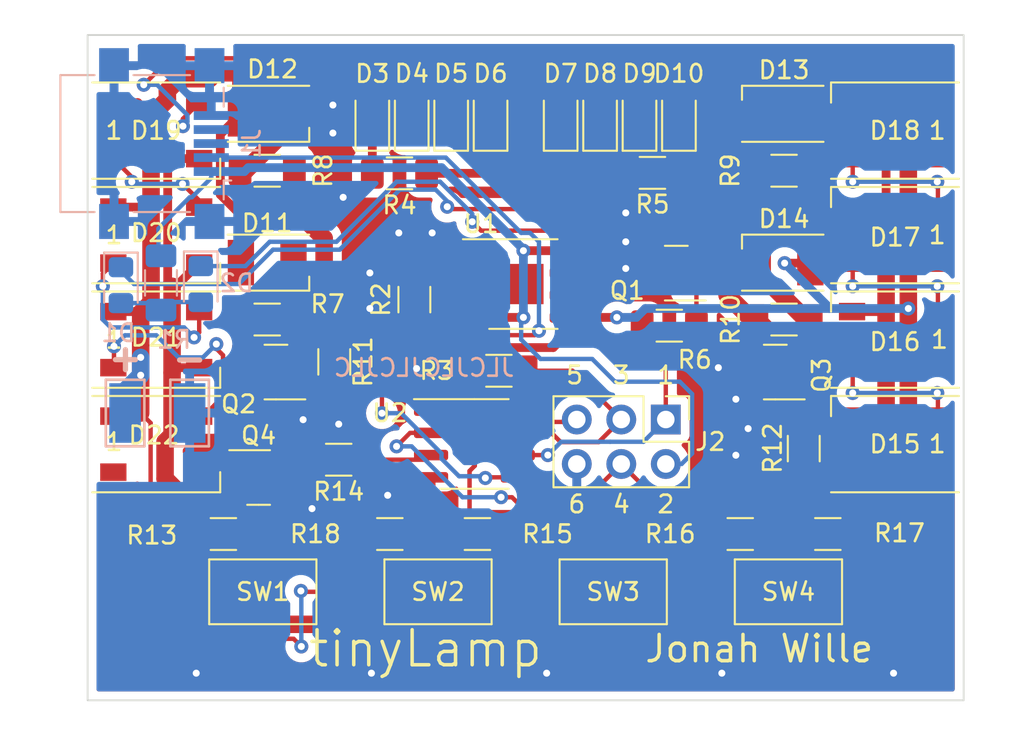
<source format=kicad_pcb>
(kicad_pcb (version 20211014) (generator pcbnew)
  (layers (0 "F.Cu" signal) (31 "B.Cu" signal) (34 "B.Paste" user) (35 "F.Paste" user) (36 "B.SilkS" user "B.Silkscreen") (37 "F.SilkS" user "F.Silkscreen") (38 "B.Mask" user) (39 "F.Mask" user) (44 "Edge.Cuts" user))
  (net 0 "")
  (net 1 "GND")
  (net 2 "VCC")
  (net 3 "Net-(Q1-Pad1)")
  (net 4 "Net-(Q1-Pad2)")
  (net 5 "Net-(Q2-Pad1)")
  (net 6 "Net-(Q2-Pad2)")
  (net 7 "Net-(D10-Pad1)")
  (net 8 "Net-(D11-Pad1)")
  (net 9 "VBUS")
  (net 10 "Net-(D20-Pad2)")
  (net 12 "Net-(Q3-Pad1)")
  (net 13 "Net-(Q3-Pad2)")
  (net 14 "/PROG")
  (net 16 "Net-(D1-Pad1)")
  (net 17 "Net-(D12-Pad1)")
  (net 18 "Net-(D15-Pad2)")
  (net 19 "Net-(D16-Pad2)")
  (net 20 "Net-(D17-Pad2)")
  (net 21 "/PB3")
  (net 22 "/RST")
  (net 23 "/PB0")
  (net 24 "/PB2")
  (net 25 "/PB1")
  (net 26 "/PB4")
  (net 27 "Net-(D21-Pad2)")
  (net 28 "Net-(D2-Pad1)")
  (net 29 "Net-(D3-Pad1)")
  (net 30 "Net-(D13-Pad1)")
  (net 31 "Net-(D14-Pad1)")
  (net 32 "Net-(D18-Pad2)")
  (net 33 "Net-(D19-Pad2)")
  (net 35 "Net-(D1-Pad2)")
  (net 36 "Net-(R15-Pad1)")
  (net 37 "Net-(D15-Pad3)")
  (net 38 "Net-(Q4-Pad1)")
  (net 39 "Net-(R16-Pad1)")
  (net 40 "Net-(J1-Pad2)")
  (net 41 "Net-(R13-Pad1)")
  (net 42 "Net-(R17-Pad1)")
  (footprint "Resistor_SMD:R_1206_3216Metric_Pad1.30x1.75mm_HandSolder" (layer "F.Cu") (at -7.75 20.5 180)
    (fp_text reference "R18")
    (fp_text value "2K7")
  )
  (footprint "Connector_PinHeader_2.54mm:PinHeader_2x03_P2.54mm_Vertical" (layer "F.Cu") (at 8 13.96 -90)
    (fp_text reference "J2")
    (fp_text value "Conn_02x03_Odd_Even")
  )
  (footprint "LED_SMD:LED_PLCC-2" (layer "F.Cu") (at -14.75 5 180)
    (fp_text reference "D11")
    (fp_text value "LEDW")
  )
  (footprint "LED_SMD:LED_WS2812B_PLCC4_5.0x5.0mm_P3.2mm" (layer "F.Cu") (at 21.082 15.367 180)
    (fp_text reference "D15")
    (fp_text value "WS2812B")
  )
  (footprint "Button_Switch_SMD:SW_SPST_CK_RS282G05A3" (layer "F.Cu") (at 15 23.8)
    (fp_text reference "SW4")
    (fp_text value "SW_Push")
  )
  (footprint "Resistor_SMD:R_1206_3216Metric_Pad1.30x1.75mm_HandSolder" (layer "F.Cu") (at -7.2 -0.1 180)
    (fp_text reference "R4")
    (fp_text value "110R")
  )
  (footprint "Package_TO_SOT_SMD:SOT-23" (layer "F.Cu") (at 14.25 11.25 180)
    (fp_text reference "Q3")
    (fp_text value "Q_NPN_BCE")
  )
  (footprint "LED_SMD:LED_PLCC-2" (layer "F.Cu") (at 14.75 -3.5)
    (fp_text reference "D13")
    (fp_text value "LEDW")
  )
  (footprint "LED_SMD:LED_0805_2012Metric_Pad1.15x1.40mm_HandSolder" (layer "F.Cu") (at -6.5 -3.25 90)
    (fp_text reference "D4")
    (fp_text value "LEDA")
  )
  (footprint "Resistor_SMD:R_1206_3216Metric_Pad1.30x1.75mm_HandSolder" (layer "F.Cu") (at 14.75 8.25)
    (fp_text reference "R10")
    (fp_text value "15R")
  )
  (footprint "Resistor_SMD:R_1206_3216Metric_Pad1.30x1.75mm_HandSolder" (layer "F.Cu") (at -2.75 20.5 180)
    (fp_text reference "R15")
    (fp_text value "4K7")
  )
  (footprint "Resistor_SMD:R_1206_3216Metric_Pad1.30x1.75mm_HandSolder" (layer "F.Cu") (at 7.239 -0.127)
    (fp_text reference "R5")
    (fp_text value "110R")
  )
  (footprint "LED_SMD:LED_0805_2012Metric_Pad1.15x1.40mm_HandSolder" (layer "F.Cu") (at 2 -3.25 90)
    (fp_text reference "D7")
    (fp_text value "LEDA")
  )
  (footprint "LED_SMD:LED_0805_2012Metric_Pad1.15x1.40mm_HandSolder" (layer "F.Cu") (at -8.75 -3.25 90)
    (fp_text reference "D3")
    (fp_text value "LEDA")
  )
  (footprint "Resistor_SMD:R_1206_3216Metric_Pad1.30x1.75mm_HandSolder" (layer "F.Cu") (at -14.75 -0.25 180)
    (fp_text reference "R8")
    (fp_text value "15R")
  )
  (footprint "Resistor_SMD:R_1206_3216Metric_Pad1.30x1.75mm_HandSolder" (layer "F.Cu") (at -1.524 11.176)
    (fp_text reference "R3")
    (fp_text value "1k")
  )
  (footprint "Resistor_SMD:R_1206_3216Metric_Pad1.30x1.75mm_HandSolder" (layer "F.Cu") (at 8.2 8.6)
    (fp_text reference "R6")
    (fp_text value "1k")
  )
  (footprint "Button_Switch_SMD:SW_SPST_CK_RS282G05A3" (layer "F.Cu") (at -5 23.8)
    (fp_text reference "SW2")
    (fp_text value "SW_Push")
  )
  (footprint "Resistor_SMD:R_1206_3216Metric_Pad1.30x1.75mm_HandSolder" (layer "F.Cu") (at 12.25 20.5)
    (fp_text reference "R16")
    (fp_text value "2K2")
  )
  (footprint "Resistor_SMD:R_1206_3216Metric_Pad1.30x1.75mm_HandSolder" (layer "F.Cu") (at 14.75 -0.25)
    (fp_text reference "R9")
    (fp_text value "15R")
  )
  (footprint "LED_SMD:LED_WS2812B_PLCC4_5.0x5.0mm_P3.2mm" (layer "F.Cu") (at -21.082 9.398)
    (fp_text reference "D21")
    (fp_text value "WS2812B")
  )
  (footprint "LED_SMD:LED_PLCC-2" (layer "F.Cu") (at 14.75 5)
    (fp_text reference "D14")
    (fp_text value "LEDW")
  )
  (footprint "LED_SMD:LED_0805_2012Metric_Pad1.15x1.40mm_HandSolder" (layer "F.Cu") (at 4.25 -3.25 90)
    (fp_text reference "D8")
    (fp_text value "LEDA")
  )
  (footprint "Resistor_SMD:R_1206_3216Metric_Pad1.30x1.75mm_HandSolder" (layer "F.Cu") (at -6.35 7.112 -90)
    (fp_text reference "R2")
    (fp_text value "2k")
  )
  (footprint "LED_SMD:LED_WS2812B_PLCC4_5.0x5.0mm_P3.2mm" (layer "F.Cu") (at 21.082 -2.54 180)
    (fp_text reference "D18")
    (fp_text value "WS2812B")
  )
  (footprint "LED_SMD:LED_WS2812B_PLCC4_5.0x5.0mm_P3.2mm" (layer "F.Cu") (at 21.082 9.398 180)
    (fp_text reference "D16")
    (fp_text value "WS2812B")
  )
  (footprint "Resistor_SMD:R_1206_3216Metric_Pad1.30x1.75mm_HandSolder" (layer "F.Cu") (at 15.875 15.621 90)
    (fp_text reference "R12")
    (fp_text value "1k")
  )
  (footprint "Package_SO:HSOP-8-1EP_3.9x4.9mm_P1.27mm_EP2.3x2.3mm" (layer "F.Cu") (at -0.127 6.223)
    (fp_text reference "U1")
    (fp_text value "TP4056")
  )
  (footprint "Package_TO_SOT_SMD:SOT-23" (layer "F.Cu") (at -14.25 11.25 180)
    (fp_text reference "Q2")
    (fp_text value "Q_NPN_BCE")
  )
  (footprint "Resistor_SMD:R_1206_3216Metric_Pad1.30x1.75mm_HandSolder" (layer "F.Cu") (at -17.25 20.5)
    (fp_text reference "R13")
    (fp_text value "8K2")
  )
  (footprint "Package_TO_SOT_SMD:SOT-23" (layer "F.Cu") (at 8.6 5.6 180)
    (fp_text reference "Q1")
    (fp_text value "Q_NPN_BCE")
  )
  (footprint "LED_SMD:LED_0805_2012Metric_Pad1.15x1.40mm_HandSolder" (layer "F.Cu") (at -4.25 -3.25 90)
    (fp_text reference "D5")
    (fp_text value "LEDA")
  )
  (footprint "LED_SMD:LED_WS2812B_PLCC4_5.0x5.0mm_P3.2mm" (layer "F.Cu") (at -21.082 -2.54)
    (fp_text reference "D19")
    (fp_text value "WS2812B")
  )
  (footprint "Button_Switch_SMD:SW_SPST_CK_RS282G05A3" (layer "F.Cu") (at -15 23.8 180)
    (fp_text reference "SW1")
    (fp_text value "SW_Push")
  )
  (footprint "Resistor_SMD:R_1206_3216Metric_Pad1.30x1.75mm_HandSolder" (layer "F.Cu") (at -10.668 16.256 180)
    (fp_text reference "R14")
    (fp_text value "1k")
  )
  (footprint "Resistor_SMD:R_1206_3216Metric_Pad1.30x1.75mm_HandSolder" (layer "F.Cu") (at -14.75 8.25 180)
    (fp_text reference "R7")
    (fp_text value "15R")
  )
  (footprint "LED_SMD:LED_0805_2012Metric_Pad1.15x1.40mm_HandSolder" (layer "F.Cu") (at 6.5 -3.25 90)
    (fp_text reference "D9")
    (fp_text value "LEDA")
  )
  (footprint "LED_SMD:LED_WS2812B_PLCC4_5.0x5.0mm_P3.2mm" (layer "F.Cu") (at -21.082 15.367)
    (fp_text reference "D22")
    (fp_text value "WS2812B")
  )
  (footprint "LED_SMD:LED_0805_2012Metric_Pad1.15x1.40mm_HandSolder" (layer "F.Cu") (at -2 -3.25 90)
    (fp_text reference "D6")
    (fp_text value "LEDA")
  )
  (footprint "LED_SMD:LED_PLCC-2" (layer "F.Cu") (at -14.75 -3.5 180)
    (fp_text reference "D12")
    (fp_text value "LEDW")
  )
  (footprint "Package_SO:SOIC-8_3.9x4.9mm_P1.27mm" (layer "F.Cu") (at -2.922 15.357)
    (fp_text reference "U2")
    (fp_text value "ATtiny13A-SS")
  )
  (footprint "Resistor_SMD:R_1206_3216Metric_Pad1.30x1.75mm_HandSolder" (layer "F.Cu") (at 17.25 20.5 180)
    (fp_text reference "R17")
    (fp_text value "1K2")
  )
  (footprint "Resistor_SMD:R_1206_3216Metric_Pad1.30x1.75mm_HandSolder" (layer "F.Cu") (at -10.922 10.668 -90)
    (fp_text reference "R11")
    (fp_text value "1k")
  )
  (footprint "LED_SMD:LED_WS2812B_PLCC4_5.0x5.0mm_P3.2mm" (layer "F.Cu") (at -21.082 3.429)
    (fp_text reference "D20")
    (fp_text value "WS2812B")
  )
  (footprint "Package_TO_SOT_SMD:SOT-23" (layer "F.Cu") (at -15.24 17.272)
    (fp_text reference "Q4")
    (fp_text value "Q_NPN_BCE")
  )
  (footprint "LED_SMD:LED_0805_2012Metric_Pad1.15x1.40mm_HandSolder" (layer "F.Cu") (at 8.75 -3.25 90)
    (fp_text reference "D10")
    (fp_text value "LEDA")
  )
  (footprint "Button_Switch_SMD:SW_SPST_CK_RS282G05A3" (layer "F.Cu") (at 5 23.8)
    (fp_text reference "SW3")
    (fp_text value "SW_Push")
  )
  (footprint "LED_SMD:LED_WS2812B_PLCC4_5.0x5.0mm_P3.2mm" (layer "F.Cu") (at 21.082 3.429 180)
    (fp_text reference "D17")
    (fp_text value "WS2812B")
  )
  (footprint "Connector_USB:USB_Mini-B_Lumberg_2486_01_Horizontal" (layer "B.Cu") (at -20.642 -1.8 90)
    (fp_text reference "J1")
    (fp_text value "USB_B_Mini")
  )
  (footprint "TestPoint:TestPoint_Keystone_5015_Micro-Minature" (layer "B.Cu") (at -19.177 13.589 -90)
    (fp_text reference "X2" hide)
    (fp_text value "BATT-")
  )
  (footprint "Resistor_SMD:R_1206_3216Metric_Pad1.30x1.75mm_HandSolder" (layer "B.Cu") (at -20.812 6.159 90)
    (fp_text reference "R1")
    (fp_text value "1K")
  )
  (footprint "TestPoint:TestPoint_Keystone_5015_Micro-Minature" (layer "B.Cu") (at -22.86 13.589 -90)
    (fp_text reference "X1" hide)
    (fp_text value "BATT+")
  )
  (footprint "LED_SMD:LED_0805_2012Metric_Pad1.15x1.40mm_HandSolder" (layer "B.Cu") (at -18.542 6.223 -90)
    (fp_text reference "D2")
    (fp_text value "LEDA")
  )
  (footprint "LED_SMD:LED_0805_2012Metric_Pad1.15x1.40mm_HandSolder" (layer "B.Cu") (at -23.098 6.286 -90)
    (fp_text reference "D1")
    (fp_text value "LEDG")
  )
  (gr_rect (start -25 -8) (end 25 30) (layer "Edge.Cuts") (width 0.1) (fill none))
  (gr_text "+" (at -22.733 10.541 270) (layer "B.SilkS") (effects (font (size 1.5 1.5) (thickness 0.3)) (justify mirror)))
  (gr_text "-" (at -19.177 10.668 180) (layer "B.SilkS") (effects (font (size 1.5 1.5) (thickness 0.3)) (justify mirror)))
  (gr_text "JLCJLCJLCJLC" (at -5.8 11) (layer "B.SilkS") (effects (font (size 1 1)) (justify mirror)))
  (gr_text "tinyLamp" (at -5.715 27.051) (layer "F.SilkS") (effects (font (size 2 2) (thickness 0.2))))
  (gr_text "1" (at 8.001 11.43) (layer "F.SilkS") (effects (font (size 1 1))))
  (gr_text "6" (at 2.921 18.796) (layer "F.SilkS") (effects (font (size 1 1))))
  (gr_text "5" (at 2.794 11.43) (layer "F.SilkS") (effects (font (size 1 1))))
  (gr_text "2" (at 8.001 18.796) (layer "F.SilkS") (effects (font (size 1 1))))
  (gr_text "3\n" (at 5.461 11.43) (layer "F.SilkS") (effects (font (size 1 1))))
  (gr_text "4" (at 5.461 18.796) (layer "F.SilkS") (effects (font (size 1 1))))
  (gr_text "Jonah Wille" (at 13.335 27.051) (layer "F.SilkS") (effects (font (size 1.5 1.5) (thickness 0.2))))
  (via (at 11.2 28.448) (size 0.8) (drill 0.4) (layers "F.Cu" "B.Cu") (net 1))
  (via (at 1.2 28.448) (size 0.8) (drill 0.4) (layers "F.Cu" "B.Cu") (net 1))
  (via (at -8.8 28.448) (size 0.8) (drill 0.4) (layers "F.Cu" "B.Cu") (net 1))
  (via (at -7.239 3.302) (size 0.8) (drill 0.4) (layers "F.Cu" "B.Cu") (net 1))
  (via (at 12.7 14.478) (size 0.8) (drill 0.4) (layers "F.Cu" "B.Cu") (net 1))
  (via (at 11 11) (size 0.8) (drill 0.4) (layers "F.Cu" "B.Cu") (net 1))
  (via (at 21 28.448) (size 0.8) (drill 0.4) (layers "F.Cu" "B.Cu") (net 1))
  (via (at -8.89 5.588) (size 0.8) (drill 0.4) (layers "F.Cu" "B.Cu") (net 1))
  (via (at -12.192 19.05) (size 0.8) (drill 0.4) (layers "F.Cu" "B.Cu") (net 1))
  (via (at 12 12.8) (size 0.8) (drill 0.4) (layers "F.Cu" "B.Cu") (net 1))
  (via (at -5.334 3.302) (size 0.8) (drill 0.4) (layers "F.Cu" "B.Cu") (net 1))
  (via (at -10.668 14.224) (size 0.8) (drill 0.4) (layers "F.Cu" "B.Cu") (net 1))
  (via (at -12.7 13.97) (size 0.8) (drill 0.4) (layers "F.Cu" "B.Cu") (net 1))
  (via (at -10.414 1.27) (size 0.8) (drill 0.4) (layers "F.Cu" "B.Cu") (net 1))
  (via (at 5.715 2.159) (size 0.8) (drill 0.4) (layers "F.Cu" "B.Cu") (net 1))
  (via (at 12 16) (size 0.8) (drill 0.4) (layers "F.Cu" "B.Cu") (net 1))
  (via (at -8.89 7.62) (size 0.8) (drill 0.4) (layers "F.Cu" "B.Cu") (net 1))
  (via (at -6.223 11.049) (size 0.8) (drill 0.4) (layers "F.Cu" "B.Cu") (net 1))
  (via (at -18.8 28.448) (size 0.8) (drill 0.4) (layers "F.Cu" "B.Cu") (net 1))
  (via (at -11 -2.4) (size 0.8) (drill 0.4) (layers "F.Cu" "B.Cu") (net 1))
  (via (at 5.715 3.81) (size 0.8) (drill 0.4) (layers "F.Cu" "B.Cu") (net 1))
  (via (at -11 -4) (size 0.8) (drill 0.4) (layers "F.Cu" "B.Cu") (net 1))
  (via (at 5.715 5.334) (size 0.8) (drill 0.4) (layers "F.Cu" "B.Cu") (net 1))
  (via (at -7.874 18.288) (size 0.8) (drill 0.4) (layers "F.Cu" "B.Cu") (net 1))
  (segment (start -2 -4.275) (end -2 -5.81) (width 0.5) (layer "F.Cu") (net 2))
  (segment (start 16.256 -5.842) (end 21.336 -5.842) (width 1) (layer "F.Cu") (net 2))
  (segment (start 11.1 24.3) (end 11.1 23.8) (width 0.25) (layer "F.Cu") (net 2))
  (segment (start 21.844 5.08) (end 21.844 7.62) (width 1) (layer "F.Cu") (net 2))
  (segment (start -0.447 13.452) (end -0.772 13.452) (width 0.5) (layer "F.Cu") (net 2))
  (segment (start 2.5 25.2) (end 10.2 25.2) (width 0.25) (layer "F.Cu") (net 2))
  (segment (start -16.25 -3.5) (end -16.25 -5.836) (width 1) (layer "F.Cu") (net 2))
  (segment (start -16.25 -5.836) (end -16.256 -5.842) (width 1) (layer "F.Cu") (net 2))
  (segment (start -5.8 23.8) (end -4.4 25.2) (width 0.25) (layer "F.Cu") (net 2))
  (segment (start -22.133 -4.14) (end -21.379 -3.386) (width 0.5) (layer "F.Cu") (net 2))
  (segment (start 1.905 -5.842) (end -2.032 -5.842) (width 1) (layer "F.Cu") (net 2))
  (segment (start 16.25 -3.5) (end 16.25 -5.836) (width 1) (layer "F.Cu") (net 2))
  (segment (start 0.4 25.2) (end 1.1 24.5) (width 0.25) (layer "F.Cu") (net 2))
  (segment (start 22.022 10.998) (end 21.844 11.176) (width 0.5) (layer "F.Cu") (net 2))
  (segment (start -19.769 -5.504) (end -20.447 -4.826) (width 1) (layer "F.Cu") (net 2))
  (segment (start 8.75 -4.275) (end 8.75 -5.474) (width 0.5) (layer "F.Cu") (net 2))
  (segment (start -0.772 13.452) (end -1.524 12.7) (width 0.5) (layer "F.Cu") (net 2))
  (segment (start -12.8016 26.924) (end -13.2426 26.483) (width 0.25) (layer "F.Cu") (net 2))
  (segment (start -16.25 2.292) (end -17.4244 1.1176) (width 0.5) (layer "F.Cu") (net 2))
  (segment (start -17.4244 1.1176) (end -17.4244 -2.3256) (width 0.5) (layer "F.Cu") (net 2))
  (segment (start 16.25 -5.836) (end 16.256 -5.842) (width 1) (layer "F.Cu") (net 2))
  (segment (start -12.776 23.8) (end -12.827 23.749) (width 0.25) (layer "F.Cu") (net 2))
  (segment (start -11.1 23.8) (end -12.776 23.8) (width 0.25) (layer "F.Cu") (net 2))
  (segment (start -21.514 1.829) (end -21.379 1.694) (width 0.5) (layer "F.Cu") (net 2))
  (segment (start -4.4 25.2) (end 0.4 25.2) (width 0.25) (layer "F.Cu") (net 2))
  (segment (start -21.403 25.638172) (end -21.403 14.157) (width 0.25) (layer "F.Cu") (net 2))
  (segment (start -6.5 -5.438) (end -6.096 -5.842) (width 0.5) (layer "F.Cu") (net 2))
  (segment (start -11.1 23.8) (end -8.9 23.8) (width 0.25) (layer "F.Cu") (net 2))
  (segment (start 14.7828 5.0292) (end 16.2208 5.0292) (width 0.5) (layer "F.Cu") (net 2))
  (segment (start -1.524 12.7) (end -1.524 10.16) (width 0.5) (layer "F.Cu") (net 2))
  (segment (start -21.971 10.414) (end -21.971 7.874) (width 1) (layer "F.Cu") (net 2))
  (segment (start 8.75 -5.474) (end 8.382 -5.842) (width 0.5) (layer "F.Cu") (net 2))
  (segment (start 21.844 7.62) (end 21.844 11.176) (width 1) (layer "F.Cu") (net 2))
  (segment (start -16.256 -5.842) (end -17.696 -5.842) (width 1) (layer "F.Cu") (net 2))
  (segment (start -21.379 1.694) (end -21.379 7.282) (width 1) (layer "F.Cu") (net 2))
  (segment (start 23.532 5.029) (end 21.895 5.029) (width 0.5) (layer "F.Cu") (net 2))
  (segment (start 1.1 23.8) (end 2.5 25.2) (width 0.25) (layer "F.Cu") (net 2))
  (segment (start -18.034 -5.504) (end -19.769 -5.504) (width 1) (layer "F.Cu") (net 2))
  (segment (start -4.25 -4.275) (end -4.25 -5.656) (width 0.5) (layer "F.Cu") (net 2))
  (segment (start -8.75 -5.702) (end -8.89 -5.842) (width 0.5) (layer "F.Cu") (net 2))
  (segment (start 23.532 10.998) (end 22.022 10.998) (width 0.5) (layer "F.Cu") (net 2))
  (segment (start -4.25 -5.656) (end -4.064 -5.842) (width 0.5) (layer "F.Cu") (net 2))
  (segment (start -23.532 1.829) (end -21.514 1.829) (width 0.5) (layer "F.Cu") (net 2))
  (segment (start -21.403 14.157) (end -21.971 13.589) (width 0.25) (layer "F.Cu") (net 2))
  (segment (start 1.579 9.851) (end 2.348 9.082) (width 0.5) (layer "F.Cu") (net 2))
  (segment (start 16.256 -5.842) (end 8.382 -5.842) (width 1) (layer "F.Cu") (net 2))
  (segment (start -4.064 -5.842) (end -6.096 -5.842) (width 1) (layer "F.Cu") (net 2))
  (segment (start -21.971 11.43) (end -21.971 10.414) (width 1) (layer "F.Cu") (net 2))
  (segment (start -23.532 7.798) (end -22.047 7.798) (width 0.5) (layer "F.Cu") (net 2))
  (segment (start -21.379 -3.386) (end -21.379 1.694) (width 1) (layer "F.Cu") (net 2))
  (segment (start 6.223 -5.842) (end 4.064 -5.842) (width 1) (layer "F.Cu") (net 2))
  (segment (start -1.524 10.16) (end -1.215 9.851) (width 0.5) (layer "F.Cu") (net 2))
  (segment (start -6.096 -5.842) (end -8.89 -5.842) (width 1) (layer "F.Cu") (net 2))
  (segment (start 21.336 -5.842) (end 21.844 -5.334) (width 1) (layer "F.Cu") (net 2))
  (segment (start -8.89 -5.842) (end -16.256 -5.842) (width 1) (layer "F.Cu") (net 2))
  (segment (start 2 -4.275) (end 2 -5.747) (width 0.5) (layer "F.Cu") (net 2))
  (segment (start 4.25 -4.275) (end 4.25 -5.656) (width 0.5) (layer "F.Cu") (net 2))
  (segment (start -17.696 -5.842) (end -18.034 -5.504) (width 1) (layer "F.Cu") (net 2))
  (segment (start -17.4244 -2.3256) (end -16.25 -3.5) (width 0.5) (layer "F.Cu") (net 2))
  (segment (start 2 -5.747) (end 1.905 -5.842) (width 0.5) (layer "F.Cu") (net 2))
  (segment (start -21.379 7.282) (end -21.971 7.874) (width 1) (layer "F.Cu") (net 2))
  (segment (start 16.2208 5.0292) (end 16.25 5) (width 0.5) (layer "F.Cu") (net 2))
  (segment (start 2.348 8.128) (end 5.207 8.128) (width 0.5) (layer "F.Cu") (net 2))
  (segment (start 21.844 15.279) (end 23.532 16.967) (width 1) (layer "F.Cu") (net 2))
  (segment (start 8.382 -5.842) (end 6.223 -5.842) (width 1) (layer "F.Cu") (net 2))
  (segment (start 21.844 -5.334) (end 21.844 -1.27) (width 1) (layer "F.Cu") (net 2))
  (segment (start -22.149 13.767) (end -21.971 13.589) (width 0.5) (layer "F.Cu") (net 2))
  (segment (start -8.75 -4.275) (end -8.75 -5.702) (width 0.5) (layer "F.Cu") (net 2))
  (segment (start -22.047 7.798) (end -21.971 7.874) (width 0.5) (layer "F.Cu") (net 2))
  (segment (start 22.174 -0.94) (end 21.844 -1.27) (width 0.5) (layer "F.Cu") (net 2))
  (segment (start 6.5 -4.275) (end 6.5 -5.565) (width 0.5) (layer "F.Cu") (net 2))
  (segment (start -20.558172 26.483) (end -21.403 25.638172) (width 0.25) (layer "F.Cu") (net 2))
  (segment (start -16.25 5) (end -16.25 2.292) (width 0.5) (layer "F.Cu") (net 2))
  (segment (start -2.032 -5.842) (end -4.064 -5.842) (width 1) (layer "F.Cu") (net 2))
  (segment (start 21.895 5.029) (end 21.844 5.08) (width 0.5) (layer "F.Cu") (net 2))
  (segment (start 23.532 -0.94) (end 22.174 -0.94) (width 0.5) (layer "F.Cu") (net 2))
  (segment (start 1.1 24.5) (end 1.1 23.8) (width 0.25) (layer "F.Cu") (net 2))
  (segment (start -13.2426 26.483) (end -20.558172 26.483) (width 0.25) (layer "F.Cu") (net 2))
  (segment (start 6.5 -5.565) (end 6.223 -5.842) (width 0.5) (layer "F.Cu") (net 2))
  (segment (start -21.971 11.43) (end -21.971 13.589) (width 1) (layer "F.Cu") (net 2))
  (segment (start 4.25 -5.656) (end 4.064 -5.842) (width 0.5) (layer "F.Cu") (net 2))
  (segment (start 2.348 9.082) (end 2.348 8.128) (width 0.5) (layer "F.Cu") (net 2))
  (segment (start 21.844 -1.27) (end 21.844 5.08) (width 1) (layer "F.Cu") (net 2))
  (segment (start -23.532 -4.14) (end -22.133 -4.14) (width 0.5) (layer "F.Cu") (net 2))
  (segment (start -1.215 9.851) (end 1.579 9.851) (width 0.5) (layer "F.Cu") (net 2))
  (segment (start 21.844 11.176) (end 21.844 15.279) (width 1) (layer "F.Cu") (net 2))
  (segment (start -23.532 13.767) (end -22.149 13.767) (width 0.5) (layer "F.Cu") (net 2))
  (segment (start 10.2 25.2) (end 11.1 24.3) (width 0.25) (layer "F.Cu") (net 2))
  (segment (start -20.447 -4.826) (end -20.447 -4.318) (width 1) (layer "F.Cu") (net 2))
  (segment (start -2 -5.81) (end -2.032 -5.842) (width 0.5) (layer "F.Cu") (net 2))
  (segment (start 4.064 -5.842) (end 1.905 -5.842) (width 1) (layer "F.Cu") (net 2))
  (segment (start -20.447 -4.318) (end -21.379 -3.386) (width 1) (layer "F.Cu") (net 2))
  (segment (start -6.5 -4.275) (end -6.5 -5.438) (width 0.5) (layer "F.Cu") (net 2))
  (segment (start -8.9 23.8) (end -5.8 23.8) (width 0.25) (layer "F.Cu") (net 2))
  (via (at 21.844 7.62) (size 0.8) (drill 0.4) (layers "F.Cu" "B.Cu") (net 2))
  (via (at -12.8016 26.924) (size 0.8) (drill 0.4) (layers "F.Cu" "B.Cu") (net 2))
  (via (at 5.207 8.128) (size 0.8) (drill 0.4) (layers "F.Cu" "B.Cu") (net 2))
  (via (at -12.827 23.749) (size 0.8) (drill 0.4) (layers "F.Cu" "B.Cu") (net 2))
  (via (at -21.971 11.43) (size 0.8) (drill 0.4) (layers "F.Cu" "B.Cu") (net 2))
  (via (at -21.971 10.414) (size 0.8) (drill 0.4) (layers "F.Cu" "B.Cu") (net 2))
  (via (at 14.7828 5.0292) (size 0.8) (drill 0.4) (layers "F.Cu" "B.Cu") (net 2))
  (segment (start 17.3228 7.62) (end 17.3228 7.5692) (width 0.5) (layer "B.Cu") (net 2))
  (segment (start 17.3228 7.5692) (end 14.7828 5.0292) (width 0.5) (layer "B.Cu") (net 2))
  (segment (start 6.322 8.128) (end 6.83 7.62) (width 0.5) (layer "B.Cu") (net 2))
  (segment (start -21.971 11.43) (end -22.86 12.319) (width 1) (layer "B.Cu") (net 2))
  (segment (start 17.3228 7.62) (end 21.844 7.62) (width 0.5) (layer "B.Cu") (net 2))
  (segment (start 6.83 7.62) (end 17.3228 7.62) (width 0.5) (layer "B.Cu") (net 2))
  (segment (start -12.8016 26.924) (end -12.8016 23.7744) (width 0.25) (layer "B.Cu") (net 2))
  (segment (start 5.207 8.128) (end 6.322 8.128) (width 0.5) (layer "B.Cu") (net 2))
  (segment (start -22.86 12.319) (end -22.86 13.589) (width 1) (layer "B.Cu") (net 2))
  (segment (start -21.971 11.43) (end -21.971 10.414) (width 1) (layer "B.Cu") (net 2))
  (segment (start -12.8016 23.7744) (end -12.827 23.749) (width 0.25) (layer "B.Cu") (net 2))
  (segment (start 9.75 6.7625) (end 9.5375 6.55) (width 0.25) (layer "F.Cu") (net 3))
  (segment (start 9.75 8.6) (end 9.75 6.7625) (width 0.25) (layer "F.Cu") (net 3))
  (segment (start 8.766 2.95) (end 8.766 3.8785) (width 0.5) (layer "F.Cu") (net 4))
  (segment (start -5.65 -0.1) (end 5.662 -0.1) (width 0.5) (layer "F.Cu") (net 4))
  (segment (start 5.689 -0.127) (end 8.766 2.95) (width 0.5) (layer "F.Cu") (net 4))
  (segment (start 5.662 -0.1) (end 5.689 -0.127) (width 0.5) (layer "F.Cu") (net 4))
  (segment (start 8.766 3.8785) (end 9.5375 4.65) (width 0.5) (layer "F.Cu") (net 4))
  (segment (start -13.3125 12.2) (end -10.94 12.2) (width 0.5) (layer "F.Cu") (net 5))
  (segment (start -13.2 8.25) (end -12.975 8.25) (width 1) (layer "F.Cu") (net 6))
  (segment (start -13.208 1.905) (end -13.208 -0.242) (width 1) (layer "F.Cu") (net 6))
  (segment (start -11.5 6.775) (end -11.5 3.613) (width 1) (layer "F.Cu") (net 6))
  (segment (start -12.975 8.25) (end -11.5 6.775) (width 1) (layer "F.Cu") (net 6))
  (segment (start -13.208 -0.242) (end -13.2 -0.25) (width 1) (layer "F.Cu") (net 6))
  (segment (start -13.3125 10.3) (end -13.3125 8.3625) (width 1) (layer "F.Cu") (net 6))
  (segment (start -13.3125 8.3625) (end -13.2 8.25) (width 1) (layer "F.Cu") (net 6))
  (segment (start -11.5 3.613) (end -13.208 1.905) (width 1) (layer "F.Cu") (net 6))
  (segment (start 8.8 -2.175) (end 8.75 -2.225) (width 0.5) (layer "F.Cu") (net 7))
  (segment (start 8.8 -0.15) (end 8.8 -2.175) (width 0.5) (layer "F.Cu") (net 7))
  (segment (start 2 -2.225) (end 8.75 -2.225) (width 0.5) (layer "F.Cu") (net 7))
  (segment (start -16 8.25) (end -13.25 5.5) (width 1) (layer "F.Cu") (net 8))
  (segment (start -16.3 8.25) (end -16 8.25) (width 1) (layer "F.Cu") (net 8))
  (segment (start -13.25 5.5) (end -13.25 5) (width 1) (layer "F.Cu") (net 8))
  (segment (start -0.127 8.128) (end -2.602 8.128) (width 0.5) (layer "F.Cu") (net 9))
  (segment (start 2.348 4.318) (end -0.127 4.318) (width 0.5) (layer "F.Cu") (net 9))
  (via (at -0.127 8.128) (size 0.8) (drill 0.4) (layers "F.Cu" "B.Cu") (net 9))
  (via (at -0.127 4.318) (size 0.8) (drill 0.4) (layers "F.Cu" "B.Cu") (net 9))
  (segment (start -0.127 4.242172) (end -4.794172 -0.425) (width 0.5) (layer "B.Cu") (net 9))
  (segment (start -0.127 8.128) (end -0.254 8.255) (width 0.25) (layer "B.Cu") (net 9))
  (segment (start -19.05 1.27) (end -19.177 1.27) (width 0.25) (layer "B.Cu") (net 9))
  (segment (start 8.8 11.8) (end 9.5 12.5) (width 0.25) (layer "B.Cu") (net 9))
  (segment (start -0.127 4.318) (end -0.127 4.242172) (width 0.5) (layer "B.Cu") (net 9))
  (segment (start -0.254 8.255) (end -0.254 9.398) (width 0.25) (layer "B.Cu") (net 9))
  (segment (start 8.9 16.5) (end 8 16.5) (width 0.25) (layer "B.Cu") (net 9))
  (segment (start -4.794172 -0.425) (end -15.831 -0.425) (width 0.5) (layer "B.Cu") (net 9))
  (segment (start -0.254 9.398) (end 0.848 10.5) (width 0.25) (layer "B.Cu") (net 9))
  (segment (start 3.8 10.5) (end 5.1 11.8) (width 0.25) (layer "B.Cu") (net 9))
  (segment (start -20.955 3.048) (end -20.955 4.791) (width 0.25) (layer "B.Cu") (net 9))
  (segment (start 0.848 10.5) (end 3.8 10.5) (width 0.25) (layer "B.Cu") (net 9))
  (segment (start -19.177 1.27) (end -20.955 3.048) (width 0.25) (layer "B.Cu") (net 9))
  (segment (start -17.942 -0.2) (end -17.942 0.162) (width 0.25) (layer "B.Cu") (net 9))
  (segment (start -15.831 -0.425) (end -16.056 -0.2) (width 0.5) (layer "B.Cu") (net 9))
  (segment (start -0.127 4.318) (end -0.127 8.128) (width 0.5) (layer "B.Cu") (net 9))
  (segment (start -16.056 -0.2) (end -17.942 -0.2) (width 0.5) (layer "B.Cu") (net 9))
  (segment (start 9.5 12.5) (end 9.5 15.9) (width 0.25) (layer "B.Cu") (net 9))
  (segment (start -17.942 0.162) (end -19.05 1.27) (width 0.25) (layer "B.Cu") (net 9))
  (segment (start 9.5 15.9) (end 8.9 16.5) (width 0.25) (layer "B.Cu") (net 9))
  (segment (start 5.1 11.8) (end 8.8 11.8) (width 0.25) (layer "B.Cu") (net 9))
  (segment (start -24.13 6.35) (end -24.13 5.627) (width 0.25) (layer "F.Cu") (net 10))
  (segment (start -24.13 5.627) (end -23.532 5.029) (width 0.25) (layer "F.Cu") (net 10))
  (segment (start -18.632 7.798) (end -18.632 8.98) (width 0.25) (layer "F.Cu") (net 10))
  (segment (start -18.632 8.98) (end -18.923 9.271) (width 0.25) (layer "F.Cu") (net 10))
  (via (at -24.13 6.35) (size 0.8) (drill 0.4) (layers "F.Cu" "B.Cu") (net 10))
  (via (at -18.923 9.271) (size 0.8) (drill 0.4) (layers "F.Cu" "B.Cu") (net 10))
  (segment (start -24.13 8.255) (end -24.13 6.35) (width 0.25) (layer "B.Cu") (net 10))
  (segment (start -18.923 9.271) (end -19.494 8.7) (width 0.25) (layer "B.Cu") (net 10))
  (segment (start -23.685 8.7) (end -24.13 8.255) (width 0.25) (layer "B.Cu") (net 10))
  (segment (start -19.494 8.7) (end -23.685 8.7) (width 0.25) (layer "B.Cu") (net 10))
  (segment (start 15.875 12.8875) (end 15.1875 12.2) (width 0.5) (layer "F.Cu") (net 12))
  (segment (start 15.875 14.071) (end 15.875 12.8875) (width 0.5) (layer "F.Cu") (net 12))
  (segment (start 15.1875 10.3) (end 15.1875 10.2375) (width 1) (layer "F.Cu") (net 13))
  (segment (start 13.2 8.25) (end 12.9 8.25) (width 1) (layer "F.Cu") (net 13))
  (segment (start 15.1875 10.2375) (end 13.2 8.25) (width 1) (layer "F.Cu") (net 13))
  (segment (start 12.9 8.25) (end 11.5 6.85) (width 1) (layer "F.Cu") (net 13))
  (segment (start 11.5 6.85) (end 11.5 1.45) (width 1) (layer "F.Cu") (net 13))
  (segment (start 11.5 1.45) (end 13.2 -0.25) (width 1) (layer "F.Cu") (net 13))
  (segment (start -2.628 5.562) (end -2.602 5.588) (width 0.25) (layer "F.Cu") (net 14))
  (segment (start -6.35 5.562) (end -2.628 5.562) (width 0.25) (layer "F.Cu") (net 14))
  (segment (start 2.451396 1.942) (end 4.318 3.808604) (width 0.25) (layer "F.Cu") (net 16))
  (segment (start 4.318 3.808604) (end 4.318 5.969) (width 0.25) (layer "F.Cu") (net 16))
  (segment (start -4.34077 1.942) (end 2.451396 1.942) (width 0.25) (layer "F.Cu") (net 16))
  (segment (start -4.474885 1.807885) (end -4.34077 1.942) (width 0.25) (layer "F.Cu") (net 16))
  (segment (start 4.318 5.969) (end 3.429 6.858) (width 0.25) (layer "F.Cu") (net 16))
  (segment (start 3.429 6.858) (end 2.348 6.858) (width 0.25) (layer "F.Cu") (net 16))
  (via (at -4.474885 1.807885) (size 0.8) (drill 0.4) (layers "F.Cu" "B.Cu") (net 16))
  (segment (start -23.098 5.261) (end -23.098 5.477) (width 0.25) (layer "B.Cu") (net 16))
  (segment (start -4.474885 1.494115) (end -4.474885 1.807885) (width 0.25) (layer "B.Cu") (net 16))
  (segment (start -10.61 4.26) (end -7.181 0.831) (width 0.25) (layer "B.Cu") (net 16))
  (segment (start -7.181 0.831) (end -5.138 0.831) (width 0.25) (layer "B.Cu") (net 16))
  (segment (start -22.352 6.223) (end -16.383 6.223) (width 0.25) (layer "B.Cu") (net 16))
  (segment (start -23.098 5.477) (end -22.352 6.223) (width 0.25) (layer "B.Cu") (net 16))
  (segment (start -5.138 0.831) (end -4.474885 1.494115) (width 0.25) (layer "B.Cu") (net 16))
  (segment (start -16.383 6.223) (end -14.42 4.26) (width 0.25) (layer "B.Cu") (net 16))
  (segment (start -14.42 4.26) (end -10.61 4.26) (width 0.25) (layer "B.Cu") (net 16))
  (segment (start -16.3 -0.25) (end -16 -0.25) (width 1) (layer "F.Cu") (net 17))
  (segment (start -16 -0.25) (end -13.25 -3) (width 1) (layer "F.Cu") (net 17))
  (segment (start -13.25 -3) (end -13.25 -3.5) (width 1) (layer "F.Cu") (net 17))
  (segment (start 23.532 12.483) (end 23.495 12.446) (width 0.25) (layer "F.Cu") (net 18))
  (segment (start 18.669 11.035) (end 18.632 10.998) (width 0.25) (layer "F.Cu") (net 18))
  (segment (start 23.532 13.767) (end 23.532 12.483) (width 0.25) (layer "F.Cu") (net 18))
  (segment (start 18.669 12.446) (end 18.669 11.035) (width 0.25) (layer "F.Cu") (net 18))
  (via (at 23.495 12.446) (size 0.8) (drill 0.4) (layers "F.Cu" "B.Cu") (net 18))
  (via (at 18.669 12.446) (size 0.8) (drill 0.4) (layers "F.Cu" "B.Cu") (net 18))
  (segment (start 23.495 12.446) (end 18.669 12.446) (width 0.25) (layer "B.Cu") (net 18))
  (segment (start 18.669 6.35) (end 18.669 5.066) (width 0.25) (layer "F.Cu") (net 19))
  (segment (start 23.532 7.798) (end 23.532 6.387) (width 0.25) (layer "F.Cu") (net 19))
  (segment (start 23.532 6.387) (end 23.495 6.35) (width 0.25) (layer "F.Cu") (net 19))
  (segment (start 18.669 5.066) (end 18.632 5.029) (width 0.25) (layer "F.Cu") (net 19))
  (via (at 18.669 6.35) (size 0.8) (drill 0.4) (layers "F.Cu" "B.Cu") (net 19))
  (via (at 23.495 6.35) (size 0.8) (drill 0.4) (layers "F.Cu" "B.Cu") (net 19))
  (segment (start 23.495 6.35) (end 18.669 6.35) (width 0.25) (layer "B.Cu") (net 19))
  (segment (start 23.532 0.418) (end 23.495 0.381) (width 0.25) (layer "F.Cu") (net 20))
  (segment (start 23.532 1.829) (end 23.532 0.418) (width 0.25) (layer "F.Cu") (net 20))
  (segment (start 18.669 0.381) (end 18.669 -0.903) (width 0.25) (layer "F.Cu") (net 20))
  (segment (start 18.669 -0.903) (end 18.632 -0.94) (width 0.25) (layer "F.Cu") (net 20))
  (via (at 18.669 0.381) (size 0.8) (drill 0.4) (layers "F.Cu" "B.Cu") (net 20))
  (via (at 23.495 0.381) (size 0.8) (drill 0.4) (layers "F.Cu" "B.Cu") (net 20))
  (segment (start 23.495 0.381) (end 18.669 0.381) (width 0.25) (layer "B.Cu") (net 20))
  (segment (start -7.366 15.494) (end -6.594 14.722) (width 0.25) (layer "F.Cu") (net 21))
  (segment (start 1.778 18.669) (end 9.144 18.669) (width 0.25) (layer "F.Cu") (net 21))
  (segment (start -1.4 18.4) (end -0.777 18.4) (width 0.25) (layer "F.Cu") (net 21))
  (segment (start -6.594 14.722) (end -5.397 14.722) (width 0.25) (layer "F.Cu") (net 21))
  (segment (start 9.144 18.669) (end 16.93 18.669) (width 0.25) (layer "F.Cu") (net 21))
  (segment (start -0.635 18.542) (end -0.508 18.669) (width 0.25) (layer "F.Cu") (net 21))
  (segment (start 16.93 18.669) (end 18.632 16.967) (width 0.25) (layer "F.Cu") (net 21))
  (segment (start -0.508 18.669) (end 1.778 18.669) (width 0.25) (layer "F.Cu") (net 21))
  (segment (start -0.777 18.4) (end -0.635 18.542) (width 0.25) (layer "F.Cu") (net 21))
  (via (at -7.366 15.494) (size 0.8) (drill 0.4) (layers "F.Cu" "B.Cu") (net 21))
  (via (at -1.4 18.4) (size 0.8) (drill 0.4) (layers "F.Cu" "B.Cu") (net 21))
  (segment (start -3.6 18.4) (end -1.4 18.4) (width 0.25) (layer "B.Cu") (net 21))
  (segment (start -7.366 15.494) (end -6.506 15.494) (width 0.25) (layer "B.Cu") (net 21))
  (segment (start -6.506 15.494) (end -3.6 18.4) (width 0.25) (layer "B.Cu") (net 21))
  (segment (start -3.303 13.452) (end -5.397 13.452) (width 0.25) (layer "F.Cu") (net 22))
  (segment (start 2.783 14.097) (end -2.658 14.097) (width 0.25) (layer "F.Cu") (net 22))
  (segment (start 2.92 13.96) (end 2.783 14.097) (width 0.25) (layer "F.Cu") (net 22))
  (segment (start -2.658 14.097) (end -3.303 13.452) (width 0.25) (layer "F.Cu") (net 22))
  (segment (start -0.447 17.262) (end -2.262 17.262) (width 0.25) (layer "F.Cu") (net 23))
  (segment (start 6.96 18) (end 15.046 18) (width 0.25) (layer "F.Cu") (net 23))
  (segment (start -2.262 17.262) (end -2.3 17.3) (width 0.25) (layer "F.Cu") (net 23))
  (segment (start -8.2 11.84) (end -10.922 9.118) (width 0.25) (layer "F.Cu") (net 23))
  (segment (start 0.291 18) (end -0.447 17.262) (width 0.25) (layer "F.Cu") (net 23))
  (segment (start 5.46 16.5) (end 3.96 18) (width 0.25) (layer "F.Cu") (net 23))
  (segment (start 15.046 18) (end 15.875 17.171) (width 0.25) (layer "F.Cu") (net 23))
  (segment (start -8.2 13.6) (end -8.2 11.84) (width 0.25) (layer "F.Cu") (net 23))
  (segment (start 3.96 18) (end 0.291 18) (width 0.25) (layer "F.Cu") (net 23))
  (segment (start 5.46 16.5) (end 6.96 18) (width 0.25) (layer "F.Cu") (net 23))
  (via (at -2.3 17.3) (size 0.8) (drill 0.4) (layers "F.Cu" "B.Cu") (net 23))
  (via (at -8.2 13.6) (size 0.8) (drill 0.4) (layers "F.Cu" "B.Cu") (net 23))
  (segment (start -7.1 13.6) (end -4.8 15.9) (width 0.25) (layer "B.Cu") (net 23))
  (segment (start -2.4 17.2) (end -2.3 17.3) (width 0.25) (layer "B.Cu") (net 23))
  (segment (start -4.8 16.2) (end -3.8 17.2) (width 0.25) (layer "B.Cu") (net 23))
  (segment (start -3.8 17.2) (end -2.4 17.2) (width 0.25) (layer "B.Cu") (net 23))
  (segment (start -4.8 15.9) (end -4.8 16.2) (width 0.25) (layer "B.Cu") (net 23))
  (segment (start -8.2 13.6) (end -7.1 13.6) (width 0.25) (layer "B.Cu") (net 23))
  (segment (start 15.7 20.5) (end 13.8 20.5) (width 0.25) (layer "F.Cu") (net 24))
  (segment (start -2.422 14.722) (end -2.9 15.2) (width 0.254) (layer "F.Cu") (net 24))
  (segment (start -13.95 22.25) (end -6.75 22.25) (width 0.25) (layer "F.Cu") (net 24))
  (segment (start -0.447 14.722) (end 1.472 14.722) (width 0.254) (layer "F.Cu") (net 24))
  (segment (start -6.2 21.7) (end -6.2 20.5) (width 0.25) (layer "F.Cu") (net 24))
  (segment (start -6.75 22.25) (end -6.2 21.7) (width 0.25) (layer "F.Cu") (net 24))
  (segment (start 12.788173 20.5) (end 14.05 20.5) (width 0.25) (layer "F.Cu") (net 24))
  (segment (start -2.9 15.2) (end -2.9 16.6) (width 0.254) (layer "F.Cu") (net 24))
  (segment (start -3.2 16.9) (end -3.2 19.1) (width 0.254) (layer "F.Cu") (net 24))
  (segment (start -0.447 14.722) (end -2.422 14.722) (width 0.254) (layer "F.Cu") (net 24))
  (segment (start -15.7 20.5) (end -13.95 22.25) (width 0.25) (layer "F.Cu") (net 24))
  (segment (start -2.5 19.25) (end 11.538173 19.25) (width 0.25) (layer "F.Cu") (net 24))
  (segment (start -3.05 19.25) (end -2.5 19.25) (width 0.25) (layer "F.Cu") (net 24))
  (segment (start -6.2 20.5) (end -4.3 20.5) (width 0.25) (layer "F.Cu") (net 24))
  (segment (start -2.9 16.6) (end -3.2 16.9) (width 0.254) (layer "F.Cu") (net 24))
  (segment (start -4.3 20.5) (end -3.05 19.25) (width 0.25) (layer "F.Cu") (net 24))
  (segment (start 2 15.25) (end 4.17 15.25) (width 0.254) (layer "F.Cu") (net 24))
  (segment (start 2.676 11.176) (end 5.46 13.96) (width 0.254) (layer "F.Cu") (net 24))
  (segment (start 0.026 11.176) (end 2.676 11.176) (width 0.254) (layer "F.Cu") (net 24))
  (segment (start -3.2 19.1) (end -3.05 19.25) (width 0.254) (layer "F.Cu") (net 24))
  (segment (start 11.538173 19.25) (end 12.788173 20.5) (width 0.25) (layer "F.Cu") (net 24))
  (segment (start 4.17 15.25) (end 5.46 13.96) (width 0.254) (layer "F.Cu") (net 24))
  (segment (start 1.472 14.722) (end 2 15.25) (width 0.254) (layer "F.Cu") (net 24))
  (segment (start 8 13.96) (end 8 9.95) (width 0.25) (layer "F.Cu") (net 25))
  (segment (start 8 9.95) (end 6.65 8.6) (width 0.25) (layer "F.Cu") (net 25))
  (segment (start 1.269 15.992) (end -0.447 15.992) (width 0.25) (layer "F.Cu") (net 25))
  (via (at 1.269 15.992) (size 0.8) (drill 0.4) (layers "F.Cu" "B.Cu") (net 25))
  (segment (start 8 13.96) (end 6.73 15.23) (width 0.25) (layer "B.Cu") (net 25))
  (segment (start 4.825 15.23) (end 2.031 15.23) (width 0.25) (layer "B.Cu") (net 25))
  (segment (start 2.031 15.23) (end 1.269 15.992) (width 0.25) (layer "B.Cu") (net 25))
  (segment (start 6.73 15.23) (end 4.825 15.23) (width 0.25) (layer "B.Cu") (net 25))
  (segment (start -9.118 16.256) (end -5.661 16.256) (width 0.254) (layer "F.Cu") (net 26))
  (segment (start -5.661 16.256) (end -5.397 15.992) (width 0.254) (layer "F.Cu") (net 26))
  (segment (start -17.272 11.938) (end -17.272 10.287) (width 0.254) (layer "F.Cu") (net 27))
  (segment (start -17.272 12.657) (end -17.272 11.938) (width 0.254) (layer "F.Cu") (net 27))
  (segment (start -17.272 10.287) (end -17.399 10.16) (width 0.254) (layer "F.Cu") (net 27))
  (segment (start -17.653 9.906) (end -17.653 9.652) (width 0.254) (layer "F.Cu") (net 27))
  (segment (start -18.632 13.767) (end -18.382 13.767) (width 0.254) (layer "F.Cu") (net 27))
  (segment (start -18.382 13.767) (end -17.272 12.657) (width 0.254) (layer "F.Cu") (net 27))
  (segment (start -17.399 10.16) (end -17.653 9.906) (width 0.254) (layer "F.Cu") (net 27))
  (segment (start -23.495 10.961) (end -23.532 10.998) (width 0.254) (layer "F.Cu") (net 27))
  (segment (start -23.495 9.779) (end -23.495 10.961) (width 0.254) (layer "F.Cu") (net 27))
  (via (at -17.653 9.652) (size 0.8) (drill 0.4) (layers "F.Cu" "B.Cu") (net 27))
  (via (at -23.495 9.779) (size 0.8) (drill 0.4) (layers "F.Cu" "B.Cu") (net 27))
  (segment (start -22.868 9.152) (end -23.495 9.779) (width 0.254) (layer "B.Cu") (net 27))
  (segment (start -22.098 9.152) (end -22.868 9.152) (width 0.254) (layer "B.Cu") (net 27))
  (segment (start -19.812 10.414) (end -21.074 9.152) (width 0.254) (layer "B.Cu") (net 27))
  (segment (start -17.653 9.652) (end -18.415 10.414) (width 0.254) (layer "B.Cu") (net 27))
  (segment (start -21.074 9.152) (end -22.098 9.152) (width 0.254) (layer "B.Cu") (net 27))
  (segment (start -18.415 10.414) (end -19.812 10.414) (width 0.254) (layer "B.Cu") (net 27))
  (segment (start 3.048 3.175) (end 3.683 3.81) (width 0.25) (layer "F.Cu") (net 28))
  (segment (start 3.683 3.81) (end 3.683 4.953) (width 0.25) (layer "F.Cu") (net 28))
  (segment (start -2.54 3.175) (end 3.048 3.175) (width 0.25) (layer "F.Cu") (net 28))
  (segment (start 3.683 4.953) (end 3.048 5.588) (width 0.25) (layer "F.Cu") (net 28))
  (segment (start -3.048 2.667) (end -2.54 3.175) (width 0.25) (layer "F.Cu") (net 28))
  (segment (start 3.048 5.588) (end 2.348 5.588) (width 0.25) (layer "F.Cu") (net 28))
  (via (at -3.048 2.667) (size 0.8) (drill 0.4) (layers "F.Cu" "B.Cu") (net 28))
  (segment (start -14.606396 3.81) (end -15.994396 5.198) (width 0.25) (layer "B.Cu") (net 28))
  (segment (start -4.877172 0.381) (end -7.367396 0.381) (width 0.25) (layer "B.Cu") (net 28))
  (segment (start -10.796396 3.81) (end -14.606396 3.81) (width 0.25) (layer "B.Cu") (net 28))
  (segment (start -7.367396 0.381) (end -10.796396 3.81) (width 0.25) (layer "B.Cu") (net 28))
  (segment (start -15.994396 5.198) (end -18.542 5.198) (width 0.25) (layer "B.Cu") (net 28))
  (segment (start -3.048 2.210172) (end -4.877172 0.381) (width 0.25) (layer "B.Cu") (net 28))
  (segment (start -3.048 2.667) (end -3.048 2.210172) (width 0.25) (layer "B.Cu") (net 28))
  (segment (start -8.75 -0.1) (end -8.75 -2.225) (width 0.5) (layer "F.Cu") (net 29))
  (segment (start -2 -2.225) (end -8.75 -2.225) (width 0.5) (layer "F.Cu") (net 29))
  (segment (start 16.05 -0.25) (end 16.3 -0.25) (width 1) (layer "F.Cu") (net 30))
  (segment (start 13.25 -3.5) (end 13.25 -3.05) (width 1) (layer "F.Cu") (net 30))
  (segment (start 13.25 -3.05) (end 16.05 -0.25) (width 1) (layer "F.Cu") (net 30))
  (segment (start 13.25 5.5) (end 16 8.25) (width 1) (layer "F.Cu") (net 31))
  (segment (start 16 8.25) (end 16.3 8.25) (width 1) (layer "F.Cu") (net 31))
  (segment (start 13.25 5) (end 13.25 5.5) (width 1) (layer "F.Cu") (net 31))
  (segment (start -19.558 -2.794) (end -19.558 -3.214) (width 0.254) (layer "F.Cu") (net 32))
  (segment (start -19.558 -3.214) (end -18.632 -4.14) (width 0.254) (layer "F.Cu") (net 32))
  (segment (start -21.795964 -5.158964) (end -20.285928 -6.669) (width 0.254) (layer "F.Cu") (net 32))
  (segment (start -20.285928 -6.669) (end 21.678555 -6.669) (width 0.254) (layer "F.Cu") (net 32))
  (segment (start 23.532 -4.815555) (end 23.532 -4.14) (width 0.254) (layer "F.Cu") (net 32))
  (segment (start 21.678555 -6.669) (end 23.532 -4.815555) (width 0.254) (layer "F.Cu") (net 32))
  (via (at -21.795964 -5.158964) (size 0.8) (drill 0.4) (layers "F.Cu" "B.Cu") (net 32))
  (via (at -19.558 -2.794) (size 0.8) (drill 0.4) (layers "F.Cu" "B.Cu") (net 32))
  (segment (start -19.304 -3.429) (end -19.304 -3.048) (width 0.254) (layer "B.Cu") (net 32))
  (segment (start -21.033964 -5.158964) (end -19.304 -3.429) (width 0.254) (layer "B.Cu") (net 32))
  (segment (start -21.795964 -5.158964) (end -21.033964 -5.158964) (width 0.254) (layer "B.Cu") (net 32))
  (segment (start -19.304 -3.048) (end -19.558 -2.794) (width 0.254) (layer "B.Cu") (net 32))
  (segment (start -22.479 0.381) (end -22.479 0.113) (width 0.254) (layer "F.Cu") (net 33))
  (segment (start -22.479 0.113) (end -23.532 -0.94) (width 0.254) (layer "F.Cu") (net 33))
  (segment (start -19.5795 0.505561) (end -18.632 1.453061) (width 0.254) (layer "F.Cu") (net 33))
  (segment (start -18.632 1.453061) (end -18.632 1.829) (width 0.254) (layer "F.Cu") (net 33))
  (via (at -22.479 0.381) (size 0.8) (drill 0.4) (layers "F.Cu" "B.Cu") (net 33))
  (via (at -19.5795 0.505561) (size 0.8) (drill 0.4) (layers "F.Cu" "B.Cu") (net 33))
  (segment (start -22.352 0.508) (end -22.479 0.381) (width 0.254) (layer "B.Cu") (net 33))
  (segment (start -19.581939 0.508) (end -22.352 0.508) (width 0.254) (layer "B.Cu") (net 33))
  (segment (start -19.5795 0.505561) (end -19.581939 0.508) (width 0.254) (layer "B.Cu") (net 33))
  (segment (start -20.351 7.248) (end -20.812 7.709) (width 0.25) (layer "B.Cu") (net 35))
  (segment (start -18.542 7.248) (end -20.351 7.248) (width 0.25) (layer "B.Cu") (net 35))
  (segment (start -21.21 7.311) (end -20.812 7.709) (width 0.25) (layer "B.Cu") (net 35))
  (segment (start -23.098 7.311) (end -21.21 7.311) (width 0.25) (layer "B.Cu") (net 35))
  (segment (start -1.1 20.6) (end -1.2 20.5) (width 0.25) (layer "F.Cu") (net 36))
  (segment (start -1.1 23.75) (end -1.1 20.6) (width 0.25) (layer "F.Cu") (net 36))
  (segment (start 18.632 13.767) (end 20.269 13.767) (width 0.5) (layer "F.Cu") (net 37))
  (segment (start -20.179 14.841) (end -20.179 11.289) (width 1) (layer "F.Cu") (net 37))
  (segment (start -4.731726 26.035) (end -5.108726 25.658) (width 1) (layer "F.Cu") (net 37))
  (segment (start -18.632 10.998) (end -19.888 10.998) (width 0.5) (layer "F.Cu") (net 37))
  (segment (start -19.953 6.35) (end -18.632 5.029) (width 0.5) (layer "F.Cu") (net 37))
  (segment (start -19.696874 18.222) (end -20.578 17.340874) (width 1) (layer "F.Cu") (net 37))
  (segment (start -20.179 6.35) (end -19.953 6.35) (width 0.5) (layer "F.Cu") (net 37))
  (segment (start 20.523 7.798) (end 20.574 7.747) (width 0.5) (layer "F.Cu") (net 37))
  (segment (start 20.574 -2.198) (end 18.632 -4.14) (width 0.5) (layer "F.Cu") (net 37))
  (segment (start 20.574 7.747) (end 20.574 13.462) (width 1) (layer "F.Cu") (net 37))
  (segment (start -19.888 -0.94) (end -18.632 -0.94) (width 0.5) (layer "F.Cu") (net 37))
  (segment (start -18.603 18.222) (end -16.1775 18.222) (width 1) (layer "F.Cu") (net 37))
  (segment (start 20.396 1.829) (end 20.574 1.651) (width 0.5) (layer "F.Cu") (net 37))
  (segment (start -19.696874 18.222) (end -18.603 18.222) (width 1) (layer "F.Cu") (net 37))
  (segment (start -20.578 17.340874) (end -20.578 15.24) (width 1) (layer "F.Cu") (net 37))
  (segment (start -20.429 -0.399) (end -19.888 -0.94) (width 0.5) (layer "F.Cu") (net 37))
  (segment (start -20.578 19.103126) (end -19.696874 18.222) (width 1) (layer "F.Cu") (net 37))
  (segment (start -18.632 16.967) (end -18.632 18.193) (width 0.5) (layer "F.Cu") (net 37))
  (segment (start -18.632 18.193) (end -18.603 18.222) (width 0.5) (layer "F.Cu") (net 37))
  (segment (start -20.189 25.658) (end -20.578 25.269) (width 1) (layer "F.Cu") (net 37))
  (segment (start 20.574 1.651) (end 20.574 7.747) (width 1) (layer "F.Cu") (net 37))
  (segment (start 20.574 1.651) (end 20.574 -2.198) (width 0.5) (layer "F.Cu") (net 37))
  (segment (start 18.632 1.829) (end 20.396 1.829) (width 0.5) (layer "F.Cu") (net 37))
  (segment (start 20.574 25.026) (end 19.565 26.035) (width 1) (layer "F.Cu") (net 37))
  (segment (start 20.574 13.462) (end 20.574 25.026) (width 1) (layer "F.Cu") (net 37))
  (segment (start 18.632 7.798) (end 20.523 7.798) (width 0.5) (layer "F.Cu") (net 37))
  (segment (start -5.108726 25.658) (end -20.189 25.658) (width 1) (layer "F.Cu") (net 37))
  (segment (start -20.578 25.269) (end -20.578 19.103126) (width 1) (layer "F.Cu") (net 37))
  (segment (start 19.565 26.035) (end -4.731726 26.035) (width 1) (layer "F.Cu") (net 37))
  (segment (start -19.888 10.998) (end -20.179 11.289) (width 0.5) (layer "F.Cu") (net 37))
  (segment (start -20.179 11.289) (end -20.179 6.35) (width 1) (layer "F.Cu") (net 37))
  (segment (start -20.578 15.24) (end -20.179 14.841) (width 1) (layer "F.Cu") (net 37))
  (segment (start 20.269 13.767) (end 20.574 13.462) (width 0.5) (layer "F.Cu") (net 37))
  (segment (start -20.429 6.1) (end -20.429 -0.399) (width 0.5) (layer "F.Cu") (net 37))
  (segment (start -20.179 6.35) (end -20.429 6.1) (width 0.5) (layer "F.Cu") (net 37))
  (segment (start -16.1775 16.322) (end -12.284 16.322) (width 0.254) (layer "F.Cu") (net 38))
  (segment (start -12.284 16.322) (end -12.218 16.256) (width 0.254) (layer "F.Cu") (net 38))
  (segment (start 8.9 22.55) (end 10.95 20.5) (width 0.25) (layer "F.Cu") (net 39))
  (segment (start 8.9 23.75) (end 8.9 22.55) (width 0.25) (layer "F.Cu") (net 39))
  (segment (start -1.321172 9.144) (end -0.254 9.144) (width 0.25) (layer "F.Cu") (net 40))
  (segment (start -3.074 11.176) (end -3.074 10.896828) (width 0.25) (layer "F.Cu") (net 40))
  (segment (start -0.254 9.144) (end 0.508 9.144) (width 0.25) (layer "F.Cu") (net 40))
  (segment (start -3.074 10.896828) (end -1.321172 9.144) (width 0.25) (layer "F.Cu") (net 40))
  (segment (start 0.508 9.144) (end 0.762 8.89) (width 0.25) (layer "F.Cu") (net 40))
  (via (at 0.762 8.89) (size 0.8) (drill 0.4) (layers "F.Cu" "B.Cu") (net 40))
  (segment (start -4.556 -1) (end -17.942 -1) (width 0.25) (layer "B.Cu") (net 40))
  (segment (start 0.762 8.89) (end 0.762 3.81) (width 0.25) (layer "B.Cu") (net 40))
  (segment (start 0.254 3.302) (end -0.254 3.302) (width 0.25) (layer "B.Cu") (net 40))
  (segment (start 0.762 3.81) (end 0.254 3.302) (width 0.25) (layer "B.Cu") (net 40))
  (segment (start -0.254 3.302) (end -4.556 -1) (width 0.25) (layer "B.Cu") (net 40))
  (segment (start -18.9 23.75) (end -18.9 20.6) (width 0.25) (layer "F.Cu") (net 41))
  (segment (start -18.9 20.6) (end -18.8 20.5) (width 0.25) (layer "F.Cu") (net 41))
  (segment (start 18.9 23.75) (end 18.9 20.6) (width 0.25) (layer "F.Cu") (net 42))
  (segment (start 18.9 20.6) (end 18.8 20.5) (width 0.25) (layer "F.Cu") (net 42))
  (zone locked (net 1) (net_name "GND") (layers F&B.Cu) (connect_pads (clearance 0.508)) (min_thickness 0.254) (fill yes (thermal_gap 0.508) (thermal_bridge_width 0.508))
    (polygon (pts (xy 28.448 -10) (xy 28.448 32.6) (xy -30 32.6) (xy -30 -10)))
  )
  (zone (net 0) (net_name "") (layer "B.Cu") (connect_pads (clearance 0)) (min_thickness 0.254)
    (keepout (tracks allowed) (vias allowed) (pads allowed) (copperpour not_allowed) (footprints allowed))
    (fill (thermal_gap 0.508) (thermal_bridge_width 0.508))
    (polygon (pts (xy -19.558 17.524) (xy -24.796 17.524) (xy -24.796 9.016) (xy -19.558 9.016)))
  )
)
</source>
